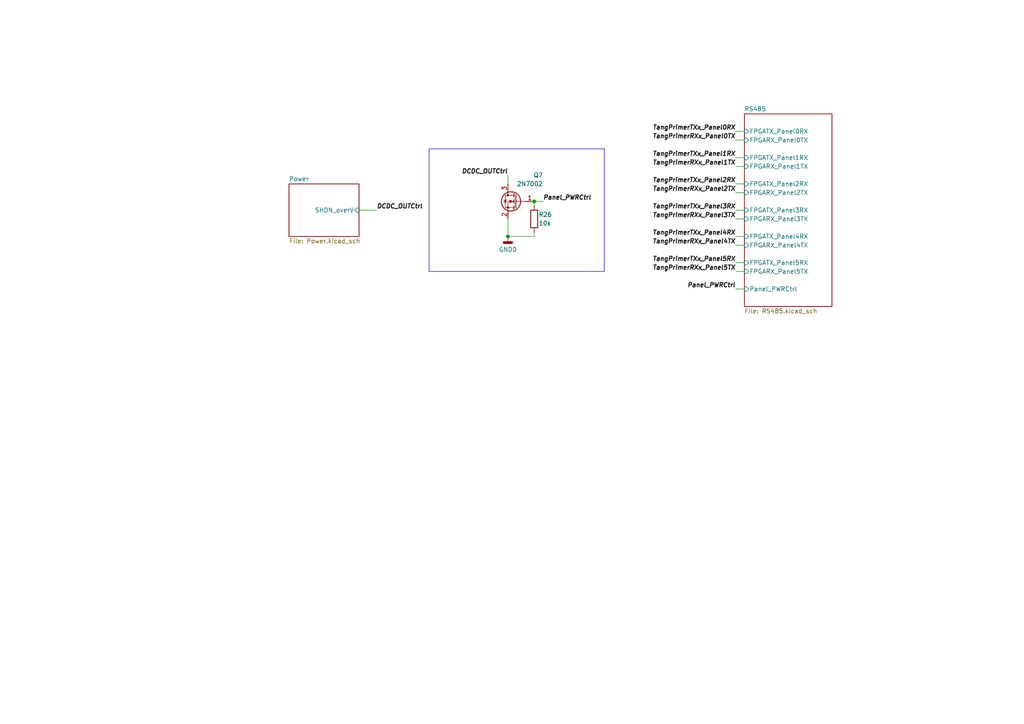
<source format=kicad_sch>
(kicad_sch (version 20230121) (generator eeschema)
  (paper "A4")
  (lib_symbols
    (symbol "Device:R" (pin_numbers hide) (pin_names (offset 0))
      (property "Reference" "R" (at 2.032 0 90))
      (property "Value" "R" (at 0 0 90))
      (symbol "R_0_1"
        (rectangle (start -1.016 -2.54) (end 1.016 2.54) (stroke (width 0.254)))
      )
      (symbol "R_1_1"
        (pin passive line (at 0 3.81 270) (length 1.27) (name "~") (number "1"))
        (pin passive line (at 0 -3.81 90) (length 1.27) (name "~") (number "2"))
      )
    )
    (symbol "Transistor_FET:2N7002" (pin_names hide)
      (property "Reference" "Q" (at 5.08 1.905 0))
      (property "Value" "2N7002" (at 5.08 0 0))
      (symbol "2N7002_0_1"
        (polyline (pts (xy 0.254 0) (xy -2.54 0)))
        (polyline (pts (xy 0.254 1.905) (xy 0.254 -1.905)) (stroke (width 0.254)))
        (polyline (pts (xy 0.762 -1.27) (xy 0.762 -2.286)) (stroke (width 0.254)))
        (polyline (pts (xy 0.762 0.508) (xy 0.762 -0.508)) (stroke (width 0.254)))
        (polyline (pts (xy 0.762 2.286) (xy 0.762 1.27)) (stroke (width 0.254)))
        (polyline (pts (xy 2.54 2.54) (xy 2.54 1.778)))
        (polyline (pts (xy 2.54 -2.54) (xy 2.54 0) (xy 0.762 0)))
        (polyline (pts (xy 0.762 -1.778) (xy 3.302 -1.778) (xy 3.302 1.778) (xy 0.762 1.778)))
        (polyline (pts (xy 1.016 0) (xy 2.032 0.381) (xy 2.032 -0.381) (xy 1.016 0)) (fill (type outline)))
        (polyline (pts (xy 2.794 0.508) (xy 2.921 0.381) (xy 3.683 0.381) (xy 3.81 0.254)))
        (polyline (pts (xy 3.302 0.381) (xy 2.921 -0.254) (xy 3.683 -0.254) (xy 3.302 0.381)))
        (circle (center 1.651 0) (radius 2.794) (stroke (width 0.254)))
        (circle (center 2.54 -1.778) (radius 0.254) (fill (type outline)))
        (circle (center 2.54 1.778) (radius 0.254) (fill (type outline)))
      )
      (symbol "2N7002_1_1"
        (pin input line (at -5.08 0 0) (length 2.54) (name "G") (number "1"))
        (pin passive line (at 2.54 -5.08 90) (length 2.54) (name "S") (number "2"))
        (pin passive line (at 2.54 5.08 270) (length 2.54) (name "D") (number "3"))
      )
    )
    (symbol "power:GNDD" (power) (pin_names (offset 0))
      (property "Value" "GNDD" (at 0 -3.175 0))
      (symbol "GNDD_0_1"
        (rectangle (start -1.27 -1.524) (end 1.27 -2.032) (stroke (width 0.254)) (fill (type outline)))
        (polyline (pts (xy 0 0) (xy 0 -1.524)))
      )
      (symbol "GNDD_1_1"
        (pin power_in line (at 0 0 270) (length 0) hide (name "GNDD") (number "1"))
      )
    )
  )
  (junction (at 154.94 58.42))
  (junction (at 147.32 68.58))
  (wire (pts (xy 213.36 68.58) (xy 215.9 68.58)))
  (wire (pts (xy 213.36 55.88) (xy 215.9 55.88)))
  (wire (pts (xy 147.32 68.58) (xy 147.32 63.5)))
  (wire (pts (xy 213.36 63.5) (xy 215.9 63.5)))
  (wire (pts (xy 213.36 38.1) (xy 215.9 38.1)))
  (wire (pts (xy 147.32 50.8) (xy 147.32 53.34)))
  (wire (pts (xy 213.36 76.2) (xy 215.9 76.2)))
  (wire (pts (xy 213.36 71.12) (xy 215.9 71.12)))
  (wire (pts (xy 154.94 68.58) (xy 147.32 68.58)))
  (wire (pts (xy 213.36 78.74) (xy 215.9 78.74)))
  (wire (pts (xy 213.36 60.96) (xy 215.9 60.96)))
  (wire (pts (xy 213.36 83.82) (xy 215.9 83.82)))
  (wire (pts (xy 213.36 53.34) (xy 215.9 53.34)))
  (wire (pts (xy 213.36 48.26) (xy 215.9 48.26)))
  (wire (pts (xy 213.36 40.64) (xy 215.9 40.64)))
  (wire (pts (xy 213.36 45.72) (xy 215.9 45.72)))
  (wire (pts (xy 104.14 60.96) (xy 109.22 60.96)))
  (wire (pts (xy 154.94 67.31) (xy 154.94 68.58)))
  (wire (pts (xy 154.94 58.42) (xy 154.94 59.69)))
  (wire (pts (xy 157.48 58.42) (xy 154.94 58.42)))
  (rectangle (start 124.46 43.18) (end 175.26 78.74))
  (label "TangPrimerRXx_Panel1TX" (at 213.36 48.26 180) (effects (font (thickness 0.254) bold italic)))
  (label "Panel_PWRCtrl" (at 157.48 58.42 0) (effects (font (thickness 0.254) bold italic)))
  (label "TangPrimerRXx_Panel3TX" (at 213.36 63.5 180) (effects (font (thickness 0.254) bold italic)))
  (label "TangPrimerTXx_Panel2RX" (at 213.36 53.34 180) (effects (font (thickness 0.254) bold italic)))
  (label "TangPrimerTXx_Panel5RX" (at 213.36 76.2 180) (effects (font (thickness 0.254) bold italic)))
  (label "TangPrimerTXx_Panel1RX" (at 213.36 45.72 180) (effects (font (thickness 0.254) bold italic)))
  (label "TangPrimerTXx_Panel3RX" (at 213.36 60.96 180) (effects (font (thickness 0.254) bold italic)))
  (label "TangPrimerRXx_Panel0TX" (at 213.36 40.64 180) (effects (font (thickness 0.254) bold italic)))
  (label "TangPrimerRXx_Panel5TX" (at 213.36 78.74 180) (effects (font (thickness 0.254) bold italic)))
  (label "TangPrimerTXx_Panel4RX" (at 213.36 68.58 180) (effects (font (thickness 0.254) bold italic)))
  (label "DCDC_OUTCtrl" (at 109.22 60.96 0) (effects (font (thickness 0.254) bold italic)))
  (label "TangPrimerTXx_Panel0RX" (at 213.36 38.1 180) (effects (font (thickness 0.254) bold italic)))
  (label "Panel_PWRCtrl" (at 213.36 83.82 180) (effects (font (thickness 0.254) bold italic)))
  (label "DCDC_OUTCtrl" (at 147.32 50.8 180) (effects (font (thickness 0.254) bold italic)))
  (label "TangPrimerRXx_Panel4TX" (at 213.36 71.12 180) (effects (font (thickness 0.254) bold italic)))
  (label "TangPrimerRXx_Panel2TX" (at 213.36 55.88 180) (effects (font (thickness 0.254) bold italic)))
  (symbol (lib_id "Device:R") (at 154.94 63.5 0) (unit 1)
    (property "Reference" "R26" (at 156.21 62.23 0) (effects (justify left)))
    (property "Value" "10k" (at 156.21 64.77 0) (effects (justify left)))
    (property "Footprint" "Resistor_SMD:R_0402_1005Metric" (effects hide))
  )
  (symbol (lib_id "Transistor_FET:2N7002") (at 149.86 58.42 0) (mirror y) (unit 1)
    (property "Reference" "Q7" (at 157.48 50.8 0) (effects (justify left)))
    (property "Value" "2N7002" (at 157.48 53.34 0) (effects (justify left)))
    (property "Footprint" "Package_TO_SOT_SMD:SOT-23" (effects hide))
    (property "Datasheet" "https://www.onsemi.com/pub/Collateral/NDS7002A-D.PDF" (effects hide))
  )
  (symbol (lib_id "power:GNDD") (at 147.32 68.58 0) (mirror y) (unit 1)
    (property "Reference" "#PWR029" (effects hide))
    (property "Value" "GNDD" (at 147.32 72.39 0))
  )
  (sheet (at 215.9 33.02) (size 25.4 55.88) (stroke (width 0.1524))
    (property "Sheetname" "RS485" (at 215.9 32.3084 0) (effects (justify left bottom)))
    (property "Sheetfile" "RS485.kicad_sch" (at 215.9 89.4846 0) (effects (justify left top)))
    (pin "FPGARX_Panel2TX" input (at 215.9 55.88 180))
    (pin "FPGATX_Panel2RX" input (at 215.9 53.34 180))
    (pin "FPGARX_Panel0TX" input (at 215.9 40.64 180))
    (pin "FPGATX_Panel0RX" input (at 215.9 38.1 180))
    (pin "FPGARX_Panel3TX" input (at 215.9 63.5 180))
    (pin "FPGATX_Panel3RX" input (at 215.9 60.96 180))
    (pin "FPGATX_Panel1RX" input (at 215.9 45.72 180))
    (pin "FPGARX_Panel1TX" input (at 215.9 48.26 180))
    (pin "FPGARX_Panel5TX" input (at 215.9 78.74 180))
    (pin "FPGATX_Panel5RX" input (at 215.9 76.2 180))
    (pin "FPGARX_Panel4TX" input (at 215.9 71.12 180))
    (pin "FPGATX_Panel4RX" input (at 215.9 68.58 180))
    (pin "Panel_PWRCtrl" input (at 215.9 83.82 180))
  )
  (sheet (at 83.82 53.34) (size 20.32 15.24) (stroke (width 0.1524))
    (property "Sheetname" "Power" (at 83.82 52.6284 0) (effects (justify left bottom)))
    (property "Sheetfile" "Power.kicad_sch" (at 83.82 69.1646 0) (effects (justify left top)))
    (pin "SHDN_overV" input (at 104.14 60.96 0))
  )
)
</source>
